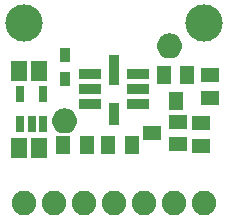
<source format=gbr>
G04 EAGLE Gerber RS-274X export*
G75*
%MOMM*%
%FSLAX34Y34*%
%LPD*%
%INSoldermask Top*%
%IPPOS*%
%AMOC8*
5,1,8,0,0,1.08239X$1,22.5*%
G01*
%ADD10R,1.822400X0.952400*%
%ADD11R,0.952400X1.822400*%
%ADD12R,0.952400X2.652400*%
%ADD13R,1.452400X1.652400*%
%ADD14C,3.152400*%
%ADD15R,0.702400X1.352400*%
%ADD16R,1.152400X1.552400*%
%ADD17R,1.552400X1.152400*%
%ADD18R,1.252400X1.552400*%
%ADD19R,1.552400X1.252400*%
%ADD20R,0.952400X1.152400*%
%ADD21C,2.082800*%

G36*
X150382Y148270D02*
X150382Y148270D01*
X150425Y148282D01*
X150491Y148289D01*
X152174Y148740D01*
X152215Y148759D01*
X152278Y148778D01*
X153858Y149515D01*
X153895Y149541D01*
X153954Y149570D01*
X155382Y150570D01*
X155413Y150602D01*
X155466Y150641D01*
X156699Y151874D01*
X156724Y151910D01*
X156770Y151958D01*
X157770Y153386D01*
X157788Y153427D01*
X157825Y153482D01*
X158562Y155062D01*
X158573Y155105D01*
X158600Y155166D01*
X159051Y156849D01*
X159053Y156881D01*
X159060Y156902D01*
X159060Y156917D01*
X159070Y156958D01*
X159222Y158695D01*
X159218Y158739D01*
X159222Y158805D01*
X159070Y160542D01*
X159058Y160585D01*
X159051Y160651D01*
X158600Y162334D01*
X158581Y162375D01*
X158562Y162438D01*
X157825Y164018D01*
X157799Y164055D01*
X157770Y164114D01*
X156770Y165542D01*
X156738Y165573D01*
X156699Y165626D01*
X155466Y166859D01*
X155430Y166884D01*
X155382Y166930D01*
X153954Y167930D01*
X153913Y167948D01*
X153858Y167985D01*
X152278Y168722D01*
X152235Y168733D01*
X152174Y168760D01*
X150491Y169211D01*
X150446Y169214D01*
X150382Y169230D01*
X148645Y169382D01*
X148601Y169378D01*
X148535Y169382D01*
X146798Y169230D01*
X146755Y169218D01*
X146689Y169211D01*
X145006Y168760D01*
X144965Y168741D01*
X144902Y168722D01*
X143322Y167985D01*
X143285Y167959D01*
X143226Y167930D01*
X141798Y166930D01*
X141767Y166898D01*
X141714Y166859D01*
X140481Y165626D01*
X140456Y165590D01*
X140410Y165542D01*
X139410Y164114D01*
X139392Y164073D01*
X139355Y164018D01*
X138618Y162438D01*
X138607Y162395D01*
X138580Y162334D01*
X138129Y160651D01*
X138126Y160606D01*
X138110Y160542D01*
X137958Y158805D01*
X137962Y158761D01*
X137958Y158695D01*
X138110Y156958D01*
X138122Y156915D01*
X138126Y156881D01*
X138126Y156865D01*
X138128Y156860D01*
X138129Y156849D01*
X138580Y155166D01*
X138599Y155125D01*
X138618Y155062D01*
X139355Y153482D01*
X139381Y153445D01*
X139410Y153386D01*
X140410Y151958D01*
X140442Y151927D01*
X140481Y151874D01*
X141714Y150641D01*
X141750Y150616D01*
X141798Y150570D01*
X143226Y149570D01*
X143267Y149552D01*
X143322Y149515D01*
X144902Y148778D01*
X144945Y148767D01*
X145006Y148740D01*
X146689Y148289D01*
X146734Y148286D01*
X146798Y148270D01*
X148535Y148118D01*
X148579Y148122D01*
X148645Y148118D01*
X150382Y148270D01*
G37*
G36*
X61482Y84770D02*
X61482Y84770D01*
X61525Y84782D01*
X61591Y84789D01*
X63274Y85240D01*
X63315Y85259D01*
X63378Y85278D01*
X64958Y86015D01*
X64995Y86041D01*
X65054Y86070D01*
X66482Y87070D01*
X66513Y87102D01*
X66566Y87141D01*
X67799Y88374D01*
X67824Y88410D01*
X67870Y88458D01*
X68870Y89886D01*
X68888Y89927D01*
X68925Y89982D01*
X69662Y91562D01*
X69673Y91605D01*
X69700Y91666D01*
X70151Y93349D01*
X70153Y93381D01*
X70160Y93402D01*
X70160Y93417D01*
X70170Y93458D01*
X70322Y95195D01*
X70318Y95239D01*
X70322Y95305D01*
X70170Y97042D01*
X70158Y97085D01*
X70151Y97151D01*
X69700Y98834D01*
X69681Y98875D01*
X69662Y98938D01*
X68925Y100518D01*
X68899Y100555D01*
X68870Y100614D01*
X67870Y102042D01*
X67838Y102073D01*
X67799Y102126D01*
X66566Y103359D01*
X66530Y103384D01*
X66482Y103430D01*
X65054Y104430D01*
X65013Y104448D01*
X64958Y104485D01*
X63378Y105222D01*
X63335Y105233D01*
X63274Y105260D01*
X61591Y105711D01*
X61546Y105714D01*
X61482Y105730D01*
X59745Y105882D01*
X59701Y105878D01*
X59635Y105882D01*
X57898Y105730D01*
X57855Y105718D01*
X57789Y105711D01*
X56106Y105260D01*
X56065Y105241D01*
X56002Y105222D01*
X54422Y104485D01*
X54385Y104459D01*
X54326Y104430D01*
X52898Y103430D01*
X52867Y103398D01*
X52814Y103359D01*
X51581Y102126D01*
X51556Y102090D01*
X51510Y102042D01*
X50510Y100614D01*
X50492Y100573D01*
X50455Y100518D01*
X49718Y98938D01*
X49707Y98895D01*
X49680Y98834D01*
X49229Y97151D01*
X49226Y97106D01*
X49210Y97042D01*
X49058Y95305D01*
X49062Y95261D01*
X49058Y95195D01*
X49210Y93458D01*
X49222Y93415D01*
X49226Y93381D01*
X49226Y93365D01*
X49228Y93360D01*
X49229Y93349D01*
X49680Y91666D01*
X49699Y91625D01*
X49718Y91562D01*
X50455Y89982D01*
X50481Y89945D01*
X50510Y89886D01*
X51510Y88458D01*
X51542Y88427D01*
X51581Y88374D01*
X52814Y87141D01*
X52850Y87116D01*
X52898Y87070D01*
X54326Y86070D01*
X54367Y86052D01*
X54422Y86015D01*
X56002Y85278D01*
X56045Y85267D01*
X56106Y85240D01*
X57789Y84789D01*
X57834Y84786D01*
X57898Y84770D01*
X59635Y84618D01*
X59679Y84622D01*
X59745Y84618D01*
X61482Y84770D01*
G37*
D10*
X80950Y134620D03*
X80950Y121920D03*
X80950Y109220D03*
D11*
X101600Y101270D03*
D10*
X122250Y109220D03*
X122250Y121920D03*
X122250Y134620D03*
D12*
X101600Y138420D03*
D13*
X20710Y137160D03*
X37710Y137160D03*
D14*
X25400Y177800D03*
X177800Y177800D03*
D13*
X20710Y72390D03*
X37710Y72390D03*
D15*
X22250Y92409D03*
X31750Y92409D03*
X41250Y92409D03*
X41250Y118411D03*
X22250Y118411D03*
D16*
X153670Y112190D03*
X144170Y134190D03*
X163170Y134190D03*
D17*
X133780Y85090D03*
X155780Y94590D03*
X155780Y75590D03*
D18*
X78580Y74930D03*
X58580Y74930D03*
X96680Y74930D03*
X116680Y74930D03*
D19*
X182880Y114460D03*
X182880Y134460D03*
X175260Y93820D03*
X175260Y73820D03*
D20*
X59690Y150970D03*
X59690Y130970D03*
D21*
X25400Y25400D03*
X50800Y25400D03*
X76200Y25400D03*
X101600Y25400D03*
X127000Y25400D03*
X152400Y25400D03*
X177800Y25400D03*
M02*

</source>
